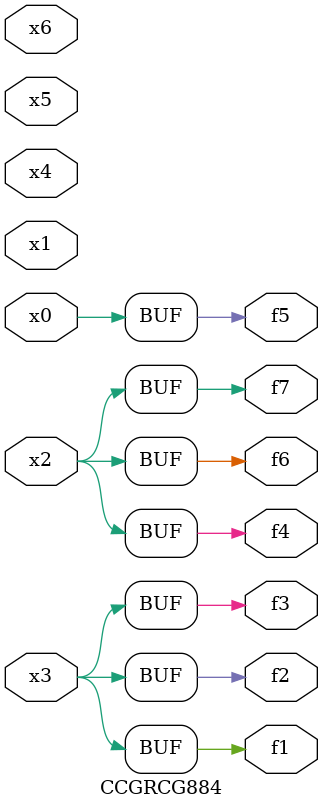
<source format=v>
module CCGRCG884(
	input x0, x1, x2, x3, x4, x5, x6,
	output f1, f2, f3, f4, f5, f6, f7
);
	assign f1 = x3;
	assign f2 = x3;
	assign f3 = x3;
	assign f4 = x2;
	assign f5 = x0;
	assign f6 = x2;
	assign f7 = x2;
endmodule

</source>
